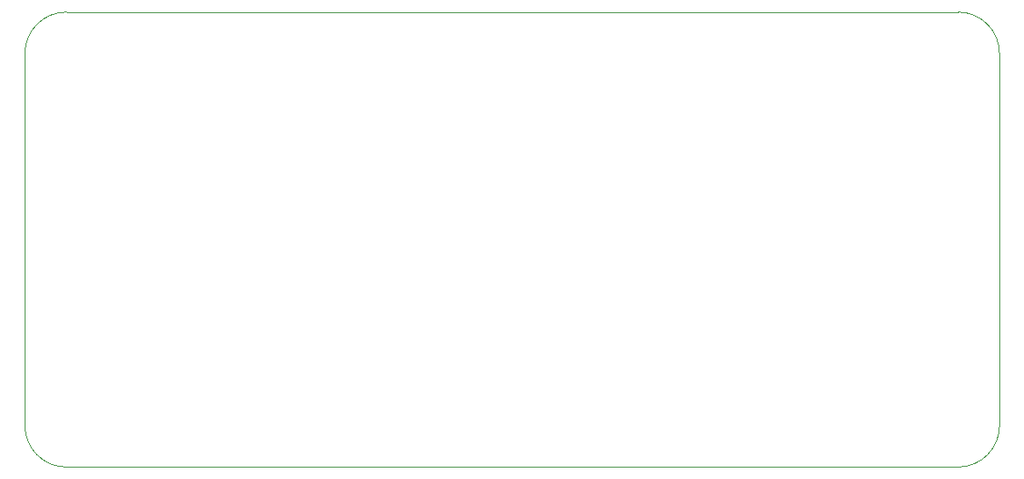
<source format=gbr>
G04 #@! TF.FileFunction,Profile,NP*
%FSLAX46Y46*%
G04 Gerber Fmt 4.6, Leading zero omitted, Abs format (unit mm)*
G04 Created by KiCad (PCBNEW (2015-01-16 BZR 5376)-product) date 23/06/2015 13:59:23*
%MOMM*%
G01*
G04 APERTURE LIST*
%ADD10C,0.150000*%
%ADD11C,0.100000*%
G04 APERTURE END LIST*
D10*
D11*
X79767400Y39916100D02*
X-6110000Y39916100D01*
X83767900Y35915600D02*
G75*
G03X79767400Y39916100I-4000500J0D01*
G01*
X83767900Y0D02*
X83767900Y35915600D01*
X79767400Y-4000500D02*
G75*
G03X83767900Y0I0J4000500D01*
G01*
X-6110000Y-4000500D02*
X79767400Y-4000500D01*
X-10110500Y0D02*
G75*
G03X-6110000Y-4000500I4000500J0D01*
G01*
X-10110500Y35915600D02*
X-10110500Y0D01*
X-6110000Y39916100D02*
G75*
G03X-10110500Y35915600I0J-4000500D01*
G01*
M02*

</source>
